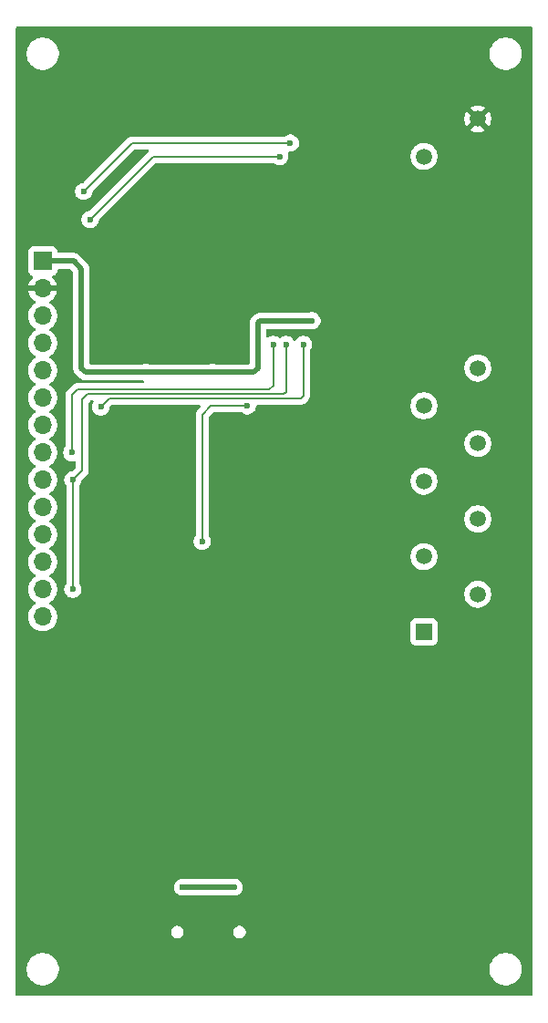
<source format=gbl>
%TF.GenerationSoftware,KiCad,Pcbnew,9.0.4*%
%TF.CreationDate,2025-08-31T12:14:26+02:00*%
%TF.ProjectId,tank_PCB,74616e6b-5f50-4434-922e-6b696361645f,rev?*%
%TF.SameCoordinates,Original*%
%TF.FileFunction,Copper,L2,Bot*%
%TF.FilePolarity,Positive*%
%FSLAX46Y46*%
G04 Gerber Fmt 4.6, Leading zero omitted, Abs format (unit mm)*
G04 Created by KiCad (PCBNEW 9.0.4) date 2025-08-31 12:14:26*
%MOMM*%
%LPD*%
G01*
G04 APERTURE LIST*
%TA.AperFunction,ComponentPad*%
%ADD10C,1.500000*%
%TD*%
%TA.AperFunction,ComponentPad*%
%ADD11R,1.500000X1.500000*%
%TD*%
%TA.AperFunction,ComponentPad*%
%ADD12R,1.700000X1.700000*%
%TD*%
%TA.AperFunction,ComponentPad*%
%ADD13O,1.700000X1.700000*%
%TD*%
%TA.AperFunction,ViaPad*%
%ADD14C,0.600000*%
%TD*%
%TA.AperFunction,Conductor*%
%ADD15C,0.200000*%
%TD*%
%TA.AperFunction,Conductor*%
%ADD16C,0.500000*%
%TD*%
G04 APERTURE END LIST*
D10*
%TO.P,J2,1,1*%
%TO.N,GND*%
X103400000Y-99050000D03*
%TO.P,J2,2,2*%
%TO.N,Net-(D2-A)*%
X98400000Y-102550000D03*
%TD*%
D11*
%TO.P,J3,1,1*%
%TO.N,Net-(J3-Pad1)*%
X98400000Y-146700000D03*
D10*
%TO.P,J3,2,2*%
%TO.N,+20V*%
X103400000Y-143200000D03*
%TO.P,J3,3,3*%
%TO.N,Net-(J3-Pad3)*%
X98400000Y-139700000D03*
%TO.P,J3,4,4*%
%TO.N,+20V*%
X103400000Y-136200000D03*
%TO.P,J3,5,5*%
%TO.N,Net-(J3-Pad5)*%
X98400000Y-132700000D03*
%TO.P,J3,6,6*%
%TO.N,+20V*%
X103400000Y-129200000D03*
%TO.P,J3,7,7*%
%TO.N,Net-(J3-Pad7)*%
X98400000Y-125700000D03*
%TO.P,J3,8,8*%
%TO.N,+20V*%
X103400000Y-122200000D03*
%TD*%
D12*
%TO.P,J1,1,Pin_1*%
%TO.N,+3.3V*%
X63000000Y-112260000D03*
D13*
%TO.P,J1,2,Pin_2*%
%TO.N,GND*%
X63000000Y-114800000D03*
%TO.P,J1,3,Pin_3*%
%TO.N,TFT_CS*%
X63000000Y-117340000D03*
%TO.P,J1,4,Pin_4*%
%TO.N,TFT_RST*%
X63000000Y-119880000D03*
%TO.P,J1,5,Pin_5*%
%TO.N,TFT_DC*%
X63000000Y-122420000D03*
%TO.P,J1,6,Pin_6*%
%TO.N,MOSI*%
X63000000Y-124960000D03*
%TO.P,J1,7,Pin_7*%
%TO.N,SCK*%
X63000000Y-127500000D03*
%TO.P,J1,8,Pin_8*%
%TO.N,BCK_LIGHT*%
X63000000Y-130040000D03*
%TO.P,J1,9,Pin_9*%
%TO.N,MISO*%
X63000000Y-132580000D03*
%TO.P,J1,10,Pin_10*%
%TO.N,SCK*%
X63000000Y-135120000D03*
%TO.P,J1,11,Pin_11*%
%TO.N,TOUCH_CS*%
X63000000Y-137660000D03*
%TO.P,J1,12,Pin_12*%
%TO.N,MOSI*%
X63000000Y-140200000D03*
%TO.P,J1,13,Pin_13*%
%TO.N,MISO*%
X63000000Y-142740000D03*
%TO.P,J1,14,Pin_14*%
%TO.N,TOUCH_IRQ*%
X63000000Y-145280000D03*
%TD*%
D14*
%TO.N,GND*%
X97000000Y-108000000D03*
X74800000Y-171600000D03*
X69000000Y-129000000D03*
X85000000Y-133000000D03*
X82000000Y-171600000D03*
X69000000Y-112000000D03*
X90000000Y-166000000D03*
X81000000Y-121000000D03*
X67000000Y-166000000D03*
X79000000Y-108000000D03*
X66000000Y-96000000D03*
X84000000Y-145000000D03*
X77200000Y-166000000D03*
X79000000Y-133000000D03*
%TO.N,SCL*%
X77800000Y-138300000D03*
X82000000Y-125700000D03*
%TO.N,+3.3V*%
X78800000Y-122600000D03*
X88000000Y-117800000D03*
X72600000Y-122600000D03*
%TO.N,SCK*%
X67400000Y-108400000D03*
X85025000Y-102550000D03*
%TO.N,BCK_LIGHT*%
X65700000Y-130050000D03*
X84400000Y-120000000D03*
%TO.N,MOSI*%
X86000000Y-101300000D03*
X66800000Y-105800000D03*
%TO.N,MISO*%
X65800000Y-142740000D03*
X65800000Y-132580000D03*
X85600000Y-120000000D03*
%TO.N,TOUCH_IRQ*%
X87200000Y-120000000D03*
X68400000Y-125800000D03*
%TO.N,VBUS*%
X76000000Y-170400000D03*
X80800000Y-170400000D03*
%TD*%
D15*
%TO.N,SCL*%
X78600000Y-125700000D02*
X77800000Y-126500000D01*
X82000000Y-125700000D02*
X78600000Y-125700000D01*
X77800000Y-126500000D02*
X77800000Y-138300000D01*
D16*
%TO.N,+3.3V*%
X66600000Y-122200000D02*
X67000000Y-122600000D01*
X83200000Y-117800000D02*
X88000000Y-117800000D01*
X78800000Y-122600000D02*
X82600000Y-122600000D01*
X66600000Y-113000000D02*
X66600000Y-122200000D01*
X63000000Y-112260000D02*
X65860000Y-112260000D01*
X83000000Y-122200000D02*
X83000000Y-118000000D01*
X65860000Y-112260000D02*
X66600000Y-113000000D01*
X82600000Y-122600000D02*
X83000000Y-122200000D01*
X83000000Y-118000000D02*
X83200000Y-117800000D01*
X67000000Y-122600000D02*
X72600000Y-122600000D01*
X72600000Y-122600000D02*
X78800000Y-122600000D01*
D15*
%TO.N,SCK*%
X73250000Y-102550000D02*
X67400000Y-108400000D01*
X85025000Y-102550000D02*
X73250000Y-102550000D01*
%TO.N,BCK_LIGHT*%
X84400000Y-120050000D02*
X84325000Y-120125000D01*
X84000000Y-124200000D02*
X66200000Y-124200000D01*
X84400000Y-120000000D02*
X84400000Y-123800000D01*
X66200000Y-124200000D02*
X65700000Y-124700000D01*
X84400000Y-123800000D02*
X84000000Y-124200000D01*
X84400000Y-120000000D02*
X84400000Y-120050000D01*
X65700000Y-124700000D02*
X65700000Y-130050000D01*
%TO.N,MOSI*%
X71300000Y-101300000D02*
X66800000Y-105800000D01*
X86000000Y-101300000D02*
X71300000Y-101300000D01*
%TO.N,MISO*%
X66675000Y-131705000D02*
X65800000Y-132580000D01*
X66675000Y-125125000D02*
X66675000Y-131705000D01*
X85600000Y-120000000D02*
X85600000Y-124400000D01*
X65800000Y-142740000D02*
X65800000Y-132580000D01*
X85400000Y-124600000D02*
X67200000Y-124600000D01*
X67200000Y-124600000D02*
X66675000Y-125125000D01*
X85600000Y-124400000D02*
X85400000Y-124600000D01*
%TO.N,TOUCH_IRQ*%
X69200000Y-125000000D02*
X68400000Y-125800000D01*
X87000000Y-125000000D02*
X69200000Y-125000000D01*
X87200000Y-124800000D02*
X87000000Y-125000000D01*
X87200000Y-120000000D02*
X87200000Y-124800000D01*
D16*
%TO.N,VBUS*%
X76000000Y-170400000D02*
X80800000Y-170400000D01*
%TD*%
%TA.AperFunction,Conductor*%
%TO.N,GND*%
G36*
X108442539Y-90520185D02*
G01*
X108488294Y-90572989D01*
X108499500Y-90624500D01*
X108499500Y-180375500D01*
X108479815Y-180442539D01*
X108427011Y-180488294D01*
X108375500Y-180499500D01*
X60624500Y-180499500D01*
X60557461Y-180479815D01*
X60511706Y-180427011D01*
X60500500Y-180375500D01*
X60500500Y-177881902D01*
X61499500Y-177881902D01*
X61499500Y-178118097D01*
X61536446Y-178351368D01*
X61609433Y-178575996D01*
X61716657Y-178786433D01*
X61855483Y-178977510D01*
X62022490Y-179144517D01*
X62213567Y-179283343D01*
X62312991Y-179334002D01*
X62424003Y-179390566D01*
X62424005Y-179390566D01*
X62424008Y-179390568D01*
X62544412Y-179429689D01*
X62648631Y-179463553D01*
X62881903Y-179500500D01*
X62881908Y-179500500D01*
X63118097Y-179500500D01*
X63351368Y-179463553D01*
X63575992Y-179390568D01*
X63786433Y-179283343D01*
X63977510Y-179144517D01*
X64144517Y-178977510D01*
X64283343Y-178786433D01*
X64390568Y-178575992D01*
X64463553Y-178351368D01*
X64500500Y-178118097D01*
X64500500Y-177881902D01*
X104499500Y-177881902D01*
X104499500Y-178118097D01*
X104536446Y-178351368D01*
X104609433Y-178575996D01*
X104716657Y-178786433D01*
X104855483Y-178977510D01*
X105022490Y-179144517D01*
X105213567Y-179283343D01*
X105312991Y-179334002D01*
X105424003Y-179390566D01*
X105424005Y-179390566D01*
X105424008Y-179390568D01*
X105544412Y-179429689D01*
X105648631Y-179463553D01*
X105881903Y-179500500D01*
X105881908Y-179500500D01*
X106118097Y-179500500D01*
X106351368Y-179463553D01*
X106575992Y-179390568D01*
X106786433Y-179283343D01*
X106977510Y-179144517D01*
X107144517Y-178977510D01*
X107283343Y-178786433D01*
X107390568Y-178575992D01*
X107463553Y-178351368D01*
X107500500Y-178118097D01*
X107500500Y-177881902D01*
X107463553Y-177648631D01*
X107390566Y-177424003D01*
X107283342Y-177213566D01*
X107144517Y-177022490D01*
X106977510Y-176855483D01*
X106786433Y-176716657D01*
X106575996Y-176609433D01*
X106351368Y-176536446D01*
X106118097Y-176499500D01*
X106118092Y-176499500D01*
X105881908Y-176499500D01*
X105881903Y-176499500D01*
X105648631Y-176536446D01*
X105424003Y-176609433D01*
X105213566Y-176716657D01*
X105104550Y-176795862D01*
X105022490Y-176855483D01*
X105022488Y-176855485D01*
X105022487Y-176855485D01*
X104855485Y-177022487D01*
X104855485Y-177022488D01*
X104855483Y-177022490D01*
X104795862Y-177104550D01*
X104716657Y-177213566D01*
X104609433Y-177424003D01*
X104536446Y-177648631D01*
X104499500Y-177881902D01*
X64500500Y-177881902D01*
X64463553Y-177648631D01*
X64390566Y-177424003D01*
X64283342Y-177213566D01*
X64144517Y-177022490D01*
X63977510Y-176855483D01*
X63786433Y-176716657D01*
X63575996Y-176609433D01*
X63351368Y-176536446D01*
X63118097Y-176499500D01*
X63118092Y-176499500D01*
X62881908Y-176499500D01*
X62881903Y-176499500D01*
X62648631Y-176536446D01*
X62424003Y-176609433D01*
X62213566Y-176716657D01*
X62104550Y-176795862D01*
X62022490Y-176855483D01*
X62022488Y-176855485D01*
X62022487Y-176855485D01*
X61855485Y-177022487D01*
X61855485Y-177022488D01*
X61855483Y-177022490D01*
X61795862Y-177104550D01*
X61716657Y-177213566D01*
X61609433Y-177424003D01*
X61536446Y-177648631D01*
X61499500Y-177881902D01*
X60500500Y-177881902D01*
X60500500Y-174494234D01*
X74934500Y-174494234D01*
X74934500Y-174645765D01*
X74973719Y-174792136D01*
X75011602Y-174857750D01*
X75049485Y-174923365D01*
X75156635Y-175030515D01*
X75287865Y-175106281D01*
X75434234Y-175145500D01*
X75434236Y-175145500D01*
X75585764Y-175145500D01*
X75585766Y-175145500D01*
X75732135Y-175106281D01*
X75863365Y-175030515D01*
X75970515Y-174923365D01*
X76046281Y-174792135D01*
X76085500Y-174645766D01*
X76085500Y-174494234D01*
X80714500Y-174494234D01*
X80714500Y-174645765D01*
X80753719Y-174792136D01*
X80791602Y-174857750D01*
X80829485Y-174923365D01*
X80936635Y-175030515D01*
X81067865Y-175106281D01*
X81214234Y-175145500D01*
X81214236Y-175145500D01*
X81365764Y-175145500D01*
X81365766Y-175145500D01*
X81512135Y-175106281D01*
X81643365Y-175030515D01*
X81750515Y-174923365D01*
X81826281Y-174792135D01*
X81865500Y-174645766D01*
X81865500Y-174494234D01*
X81826281Y-174347865D01*
X81750515Y-174216635D01*
X81643365Y-174109485D01*
X81577750Y-174071602D01*
X81512136Y-174033719D01*
X81438950Y-174014109D01*
X81365766Y-173994500D01*
X81214234Y-173994500D01*
X81067863Y-174033719D01*
X80936635Y-174109485D01*
X80936632Y-174109487D01*
X80829487Y-174216632D01*
X80829485Y-174216635D01*
X80753719Y-174347863D01*
X80714500Y-174494234D01*
X76085500Y-174494234D01*
X76046281Y-174347865D01*
X75970515Y-174216635D01*
X75863365Y-174109485D01*
X75797750Y-174071602D01*
X75732136Y-174033719D01*
X75658950Y-174014109D01*
X75585766Y-173994500D01*
X75434234Y-173994500D01*
X75287863Y-174033719D01*
X75156635Y-174109485D01*
X75156632Y-174109487D01*
X75049487Y-174216632D01*
X75049485Y-174216635D01*
X74973719Y-174347863D01*
X74934500Y-174494234D01*
X60500500Y-174494234D01*
X60500500Y-170321153D01*
X75199500Y-170321153D01*
X75199500Y-170478846D01*
X75230261Y-170633489D01*
X75230264Y-170633501D01*
X75290602Y-170779172D01*
X75290609Y-170779185D01*
X75378210Y-170910288D01*
X75378213Y-170910292D01*
X75489707Y-171021786D01*
X75489711Y-171021789D01*
X75620814Y-171109390D01*
X75620827Y-171109397D01*
X75720060Y-171150500D01*
X75766503Y-171169737D01*
X75921153Y-171200499D01*
X75921156Y-171200500D01*
X75921158Y-171200500D01*
X76078844Y-171200500D01*
X76078845Y-171200499D01*
X76155152Y-171185320D01*
X76233488Y-171169739D01*
X76233489Y-171169738D01*
X76233497Y-171169737D01*
X76257155Y-171159937D01*
X76304604Y-171150500D01*
X80495396Y-171150500D01*
X80542844Y-171159937D01*
X80566503Y-171169737D01*
X80566508Y-171169738D01*
X80566511Y-171169739D01*
X80721153Y-171200499D01*
X80721156Y-171200500D01*
X80721158Y-171200500D01*
X80878844Y-171200500D01*
X80878845Y-171200499D01*
X81033497Y-171169737D01*
X81179179Y-171109394D01*
X81310289Y-171021789D01*
X81421789Y-170910289D01*
X81509394Y-170779179D01*
X81569737Y-170633497D01*
X81600500Y-170478842D01*
X81600500Y-170321158D01*
X81600500Y-170321155D01*
X81600499Y-170321153D01*
X81569738Y-170166510D01*
X81569737Y-170166503D01*
X81569735Y-170166498D01*
X81509397Y-170020827D01*
X81509390Y-170020814D01*
X81421789Y-169889711D01*
X81421786Y-169889707D01*
X81310292Y-169778213D01*
X81310288Y-169778210D01*
X81179185Y-169690609D01*
X81179172Y-169690602D01*
X81033501Y-169630264D01*
X81033489Y-169630261D01*
X80878845Y-169599500D01*
X80878842Y-169599500D01*
X80721158Y-169599500D01*
X80721155Y-169599500D01*
X80566511Y-169630260D01*
X80566506Y-169630262D01*
X80566504Y-169630262D01*
X80566503Y-169630263D01*
X80542844Y-169640062D01*
X80495396Y-169649500D01*
X76304604Y-169649500D01*
X76257155Y-169640062D01*
X76233497Y-169630263D01*
X76233493Y-169630262D01*
X76233488Y-169630260D01*
X76078845Y-169599500D01*
X76078842Y-169599500D01*
X75921158Y-169599500D01*
X75921155Y-169599500D01*
X75766510Y-169630261D01*
X75766498Y-169630264D01*
X75620827Y-169690602D01*
X75620814Y-169690609D01*
X75489711Y-169778210D01*
X75489707Y-169778213D01*
X75378213Y-169889707D01*
X75378210Y-169889711D01*
X75290609Y-170020814D01*
X75290602Y-170020827D01*
X75230264Y-170166498D01*
X75230261Y-170166510D01*
X75199500Y-170321153D01*
X60500500Y-170321153D01*
X60500500Y-111362135D01*
X61649500Y-111362135D01*
X61649500Y-113157870D01*
X61649501Y-113157876D01*
X61655908Y-113217483D01*
X61706202Y-113352328D01*
X61706206Y-113352335D01*
X61792452Y-113467544D01*
X61792455Y-113467547D01*
X61907664Y-113553793D01*
X61907671Y-113553797D01*
X61907674Y-113553798D01*
X62039598Y-113603002D01*
X62095531Y-113644873D01*
X62119949Y-113710337D01*
X62105098Y-113778610D01*
X62083947Y-113806865D01*
X61970271Y-113920541D01*
X61845379Y-114092442D01*
X61748904Y-114281782D01*
X61683242Y-114483870D01*
X61683242Y-114483873D01*
X61672769Y-114550000D01*
X62566988Y-114550000D01*
X62534075Y-114607007D01*
X62500000Y-114734174D01*
X62500000Y-114865826D01*
X62534075Y-114992993D01*
X62566988Y-115050000D01*
X61672769Y-115050000D01*
X61683242Y-115116126D01*
X61683242Y-115116129D01*
X61748904Y-115318217D01*
X61845379Y-115507557D01*
X61970272Y-115679459D01*
X61970276Y-115679464D01*
X62120535Y-115829723D01*
X62120540Y-115829727D01*
X62292444Y-115954622D01*
X62301495Y-115959234D01*
X62352292Y-116007208D01*
X62369087Y-116075029D01*
X62346550Y-116141164D01*
X62301499Y-116180202D01*
X62292182Y-116184949D01*
X62120213Y-116309890D01*
X61969890Y-116460213D01*
X61844951Y-116632179D01*
X61748444Y-116821585D01*
X61682753Y-117023760D01*
X61649500Y-117233713D01*
X61649500Y-117446286D01*
X61668541Y-117566510D01*
X61682754Y-117656243D01*
X61723318Y-117781087D01*
X61748444Y-117858414D01*
X61844951Y-118047820D01*
X61969890Y-118219786D01*
X62120213Y-118370109D01*
X62292182Y-118495050D01*
X62300946Y-118499516D01*
X62351742Y-118547491D01*
X62368536Y-118615312D01*
X62345998Y-118681447D01*
X62300946Y-118720484D01*
X62292182Y-118724949D01*
X62120213Y-118849890D01*
X61969890Y-119000213D01*
X61844951Y-119172179D01*
X61748444Y-119361585D01*
X61682753Y-119563760D01*
X61650643Y-119766498D01*
X61649500Y-119773713D01*
X61649500Y-119986287D01*
X61682754Y-120196243D01*
X61748270Y-120397881D01*
X61748444Y-120398414D01*
X61844951Y-120587820D01*
X61969890Y-120759786D01*
X62120213Y-120910109D01*
X62292182Y-121035050D01*
X62300946Y-121039516D01*
X62351742Y-121087491D01*
X62368536Y-121155312D01*
X62345998Y-121221447D01*
X62300946Y-121260484D01*
X62292182Y-121264949D01*
X62120213Y-121389890D01*
X61969890Y-121540213D01*
X61844951Y-121712179D01*
X61748444Y-121901585D01*
X61682753Y-122103760D01*
X61649500Y-122313713D01*
X61649500Y-122526286D01*
X61673850Y-122680029D01*
X61682754Y-122736243D01*
X61721472Y-122855405D01*
X61748444Y-122938414D01*
X61844951Y-123127820D01*
X61969890Y-123299786D01*
X62120213Y-123450109D01*
X62292182Y-123575050D01*
X62300946Y-123579516D01*
X62351742Y-123627491D01*
X62368536Y-123695312D01*
X62345998Y-123761447D01*
X62300946Y-123800484D01*
X62292182Y-123804949D01*
X62120213Y-123929890D01*
X61969890Y-124080213D01*
X61844951Y-124252179D01*
X61748444Y-124441585D01*
X61682753Y-124643760D01*
X61649500Y-124853713D01*
X61649500Y-125066286D01*
X61682238Y-125272989D01*
X61682754Y-125276243D01*
X61729732Y-125420827D01*
X61748444Y-125478414D01*
X61844951Y-125667820D01*
X61969890Y-125839786D01*
X62120213Y-125990109D01*
X62292182Y-126115050D01*
X62300946Y-126119516D01*
X62351742Y-126167491D01*
X62368536Y-126235312D01*
X62345998Y-126301447D01*
X62300946Y-126340484D01*
X62292182Y-126344949D01*
X62120213Y-126469890D01*
X61969890Y-126620213D01*
X61844951Y-126792179D01*
X61748444Y-126981585D01*
X61682753Y-127183760D01*
X61649500Y-127393713D01*
X61649500Y-127606287D01*
X61682754Y-127816243D01*
X61736056Y-127980290D01*
X61748444Y-128018414D01*
X61844951Y-128207820D01*
X61969890Y-128379786D01*
X62120213Y-128530109D01*
X62292182Y-128655050D01*
X62300946Y-128659516D01*
X62351742Y-128707491D01*
X62368536Y-128775312D01*
X62345998Y-128841447D01*
X62300946Y-128880484D01*
X62292182Y-128884949D01*
X62120213Y-129009890D01*
X61969890Y-129160213D01*
X61844951Y-129332179D01*
X61748444Y-129521585D01*
X61682753Y-129723760D01*
X61668065Y-129816498D01*
X61649500Y-129933713D01*
X61649500Y-130146287D01*
X61682754Y-130356243D01*
X61706454Y-130429185D01*
X61748444Y-130558414D01*
X61844951Y-130747820D01*
X61969890Y-130919786D01*
X62120213Y-131070109D01*
X62292182Y-131195050D01*
X62300946Y-131199516D01*
X62351742Y-131247491D01*
X62368536Y-131315312D01*
X62345998Y-131381447D01*
X62300946Y-131420484D01*
X62292182Y-131424949D01*
X62120213Y-131549890D01*
X61969890Y-131700213D01*
X61844951Y-131872179D01*
X61748444Y-132061585D01*
X61682753Y-132263760D01*
X61649500Y-132473713D01*
X61649500Y-132686286D01*
X61667260Y-132798422D01*
X61682754Y-132896243D01*
X61746595Y-133092726D01*
X61748444Y-133098414D01*
X61844951Y-133287820D01*
X61969890Y-133459786D01*
X62120213Y-133610109D01*
X62292182Y-133735050D01*
X62300946Y-133739516D01*
X62351742Y-133787491D01*
X62368536Y-133855312D01*
X62345998Y-133921447D01*
X62300946Y-133960484D01*
X62292182Y-133964949D01*
X62120213Y-134089890D01*
X61969890Y-134240213D01*
X61844951Y-134412179D01*
X61748444Y-134601585D01*
X61682753Y-134803760D01*
X61649500Y-135013713D01*
X61649500Y-135226287D01*
X61652650Y-135246174D01*
X61682753Y-135436239D01*
X61748444Y-135638414D01*
X61844951Y-135827820D01*
X61969890Y-135999786D01*
X62120213Y-136150109D01*
X62292182Y-136275050D01*
X62300946Y-136279516D01*
X62351742Y-136327491D01*
X62368536Y-136395312D01*
X62345998Y-136461447D01*
X62300946Y-136500484D01*
X62292182Y-136504949D01*
X62120213Y-136629890D01*
X61969890Y-136780213D01*
X61844951Y-136952179D01*
X61748444Y-137141585D01*
X61682753Y-137343760D01*
X61680358Y-137358882D01*
X61649500Y-137553713D01*
X61649500Y-137766287D01*
X61682754Y-137976243D01*
X61712081Y-138066503D01*
X61748444Y-138178414D01*
X61844951Y-138367820D01*
X61969890Y-138539786D01*
X62120213Y-138690109D01*
X62292182Y-138815050D01*
X62300946Y-138819516D01*
X62351742Y-138867491D01*
X62368536Y-138935312D01*
X62345998Y-139001447D01*
X62300946Y-139040484D01*
X62292182Y-139044949D01*
X62120213Y-139169890D01*
X61969890Y-139320213D01*
X61844951Y-139492179D01*
X61748444Y-139681585D01*
X61682753Y-139883760D01*
X61665479Y-139992826D01*
X61649500Y-140093713D01*
X61649500Y-140306287D01*
X61682754Y-140516243D01*
X61727458Y-140653828D01*
X61748444Y-140718414D01*
X61844951Y-140907820D01*
X61969890Y-141079786D01*
X62120213Y-141230109D01*
X62292182Y-141355050D01*
X62300946Y-141359516D01*
X62351742Y-141407491D01*
X62368536Y-141475312D01*
X62345998Y-141541447D01*
X62300946Y-141580484D01*
X62292182Y-141584949D01*
X62120213Y-141709890D01*
X61969890Y-141860213D01*
X61844951Y-142032179D01*
X61748444Y-142221585D01*
X61748443Y-142221587D01*
X61748443Y-142221588D01*
X61715598Y-142322672D01*
X61682753Y-142423760D01*
X61649500Y-142633713D01*
X61649500Y-142846286D01*
X61681647Y-143049259D01*
X61682754Y-143056243D01*
X61745803Y-143250288D01*
X61748444Y-143258414D01*
X61844951Y-143447820D01*
X61969890Y-143619786D01*
X62120213Y-143770109D01*
X62292182Y-143895050D01*
X62300946Y-143899516D01*
X62351742Y-143947491D01*
X62368536Y-144015312D01*
X62345998Y-144081447D01*
X62300946Y-144120484D01*
X62292182Y-144124949D01*
X62120213Y-144249890D01*
X61969890Y-144400213D01*
X61844951Y-144572179D01*
X61748444Y-144761585D01*
X61682753Y-144963760D01*
X61649500Y-145173713D01*
X61649500Y-145386286D01*
X61682153Y-145592452D01*
X61682754Y-145596243D01*
X61718959Y-145707671D01*
X61748444Y-145798414D01*
X61844951Y-145987820D01*
X61969890Y-146159786D01*
X62120213Y-146310109D01*
X62292179Y-146435048D01*
X62292181Y-146435049D01*
X62292184Y-146435051D01*
X62481588Y-146531557D01*
X62683757Y-146597246D01*
X62893713Y-146630500D01*
X62893714Y-146630500D01*
X63106286Y-146630500D01*
X63106287Y-146630500D01*
X63316243Y-146597246D01*
X63518412Y-146531557D01*
X63707816Y-146435051D01*
X63729789Y-146419086D01*
X63879786Y-146310109D01*
X63879788Y-146310106D01*
X63879792Y-146310104D01*
X64030104Y-146159792D01*
X64030106Y-146159788D01*
X64030109Y-146159786D01*
X64084899Y-146084371D01*
X64155051Y-145987816D01*
X64198707Y-145902135D01*
X97149500Y-145902135D01*
X97149500Y-147497870D01*
X97149501Y-147497876D01*
X97155908Y-147557483D01*
X97206202Y-147692328D01*
X97206206Y-147692335D01*
X97292452Y-147807544D01*
X97292455Y-147807547D01*
X97407664Y-147893793D01*
X97407671Y-147893797D01*
X97542517Y-147944091D01*
X97542516Y-147944091D01*
X97549444Y-147944835D01*
X97602127Y-147950500D01*
X99197872Y-147950499D01*
X99257483Y-147944091D01*
X99392331Y-147893796D01*
X99507546Y-147807546D01*
X99593796Y-147692331D01*
X99644091Y-147557483D01*
X99650500Y-147497873D01*
X99650499Y-145902128D01*
X99644091Y-145842517D01*
X99593796Y-145707669D01*
X99593795Y-145707668D01*
X99593793Y-145707664D01*
X99507547Y-145592455D01*
X99507544Y-145592452D01*
X99392335Y-145506206D01*
X99392328Y-145506202D01*
X99257482Y-145455908D01*
X99257483Y-145455908D01*
X99197883Y-145449501D01*
X99197881Y-145449500D01*
X99197873Y-145449500D01*
X99197864Y-145449500D01*
X97602129Y-145449500D01*
X97602123Y-145449501D01*
X97542516Y-145455908D01*
X97407671Y-145506202D01*
X97407664Y-145506206D01*
X97292455Y-145592452D01*
X97292452Y-145592455D01*
X97206206Y-145707664D01*
X97206202Y-145707671D01*
X97155908Y-145842517D01*
X97149501Y-145902116D01*
X97149501Y-145902123D01*
X97149500Y-145902135D01*
X64198707Y-145902135D01*
X64209591Y-145880773D01*
X64229088Y-145842511D01*
X64229089Y-145842509D01*
X64251554Y-145798417D01*
X64251557Y-145798412D01*
X64317246Y-145596243D01*
X64350500Y-145386287D01*
X64350500Y-145173713D01*
X64317246Y-144963757D01*
X64251557Y-144761588D01*
X64155051Y-144572184D01*
X64155049Y-144572181D01*
X64155048Y-144572179D01*
X64030109Y-144400213D01*
X63879786Y-144249890D01*
X63707820Y-144124951D01*
X63707115Y-144124591D01*
X63699054Y-144120485D01*
X63648259Y-144072512D01*
X63631463Y-144004692D01*
X63653999Y-143938556D01*
X63699054Y-143899515D01*
X63707816Y-143895051D01*
X63729789Y-143879086D01*
X63879786Y-143770109D01*
X63879788Y-143770106D01*
X63879792Y-143770104D01*
X64030104Y-143619792D01*
X64030106Y-143619788D01*
X64030109Y-143619786D01*
X64153902Y-143449397D01*
X64155051Y-143447816D01*
X64251557Y-143258412D01*
X64317246Y-143056243D01*
X64350500Y-142846287D01*
X64350500Y-142633713D01*
X64317246Y-142423757D01*
X64251557Y-142221588D01*
X64155051Y-142032184D01*
X64155049Y-142032181D01*
X64155048Y-142032179D01*
X64030109Y-141860213D01*
X63879786Y-141709890D01*
X63707820Y-141584951D01*
X63707115Y-141584591D01*
X63699054Y-141580485D01*
X63648259Y-141532512D01*
X63631463Y-141464692D01*
X63653999Y-141398556D01*
X63699054Y-141359515D01*
X63707816Y-141355051D01*
X63729789Y-141339086D01*
X63879786Y-141230109D01*
X63879788Y-141230106D01*
X63879792Y-141230104D01*
X64030104Y-141079792D01*
X64030106Y-141079788D01*
X64030109Y-141079786D01*
X64155048Y-140907820D01*
X64155047Y-140907820D01*
X64155051Y-140907816D01*
X64251557Y-140718412D01*
X64317246Y-140516243D01*
X64350500Y-140306287D01*
X64350500Y-140093713D01*
X64317246Y-139883757D01*
X64251557Y-139681588D01*
X64155051Y-139492184D01*
X64155049Y-139492181D01*
X64155048Y-139492179D01*
X64030109Y-139320213D01*
X63879786Y-139169890D01*
X63707820Y-139044951D01*
X63707115Y-139044591D01*
X63699054Y-139040485D01*
X63648259Y-138992512D01*
X63631463Y-138924692D01*
X63653999Y-138858556D01*
X63699054Y-138819515D01*
X63707816Y-138815051D01*
X63802618Y-138746174D01*
X63879786Y-138690109D01*
X63879788Y-138690106D01*
X63879792Y-138690104D01*
X64030104Y-138539792D01*
X64030106Y-138539788D01*
X64030109Y-138539786D01*
X64155048Y-138367820D01*
X64155047Y-138367820D01*
X64155051Y-138367816D01*
X64251557Y-138178412D01*
X64317246Y-137976243D01*
X64350500Y-137766287D01*
X64350500Y-137553713D01*
X64317246Y-137343757D01*
X64251557Y-137141588D01*
X64155051Y-136952184D01*
X64155049Y-136952181D01*
X64155048Y-136952179D01*
X64030109Y-136780213D01*
X63879786Y-136629890D01*
X63707820Y-136504951D01*
X63707115Y-136504591D01*
X63699054Y-136500485D01*
X63648259Y-136452512D01*
X63631463Y-136384692D01*
X63653999Y-136318556D01*
X63699054Y-136279515D01*
X63707816Y-136275051D01*
X63729789Y-136259086D01*
X63879786Y-136150109D01*
X63879788Y-136150106D01*
X63879792Y-136150104D01*
X64030104Y-135999792D01*
X64030106Y-135999788D01*
X64030109Y-135999786D01*
X64155048Y-135827820D01*
X64155047Y-135827820D01*
X64155051Y-135827816D01*
X64251557Y-135638412D01*
X64317246Y-135436243D01*
X64350500Y-135226287D01*
X64350500Y-135013713D01*
X64317246Y-134803757D01*
X64251557Y-134601588D01*
X64155051Y-134412184D01*
X64155049Y-134412181D01*
X64155048Y-134412179D01*
X64030109Y-134240213D01*
X63879786Y-134089890D01*
X63707820Y-133964951D01*
X63707115Y-133964591D01*
X63699054Y-133960485D01*
X63648259Y-133912512D01*
X63631463Y-133844692D01*
X63653999Y-133778556D01*
X63699054Y-133739515D01*
X63707816Y-133735051D01*
X63819615Y-133653825D01*
X63879786Y-133610109D01*
X63879788Y-133610106D01*
X63879792Y-133610104D01*
X64030104Y-133459792D01*
X64030106Y-133459788D01*
X64030109Y-133459786D01*
X64155048Y-133287820D01*
X64155047Y-133287820D01*
X64155051Y-133287816D01*
X64251557Y-133098412D01*
X64317246Y-132896243D01*
X64350500Y-132686287D01*
X64350500Y-132473713D01*
X64317246Y-132263757D01*
X64251557Y-132061588D01*
X64155051Y-131872184D01*
X64155049Y-131872181D01*
X64155048Y-131872179D01*
X64030109Y-131700213D01*
X63879786Y-131549890D01*
X63707820Y-131424951D01*
X63707115Y-131424591D01*
X63699054Y-131420485D01*
X63648259Y-131372512D01*
X63631463Y-131304692D01*
X63653999Y-131238556D01*
X63699054Y-131199515D01*
X63707816Y-131195051D01*
X63729789Y-131179086D01*
X63879786Y-131070109D01*
X63879788Y-131070106D01*
X63879792Y-131070104D01*
X64030104Y-130919792D01*
X64030106Y-130919788D01*
X64030109Y-130919786D01*
X64155048Y-130747820D01*
X64155047Y-130747820D01*
X64155051Y-130747816D01*
X64251557Y-130558412D01*
X64317246Y-130356243D01*
X64350500Y-130146287D01*
X64350500Y-129933713D01*
X64317246Y-129723757D01*
X64251557Y-129521588D01*
X64155051Y-129332184D01*
X64155049Y-129332181D01*
X64155048Y-129332179D01*
X64030109Y-129160213D01*
X63879786Y-129009890D01*
X63707820Y-128884951D01*
X63707115Y-128884591D01*
X63699054Y-128880485D01*
X63648259Y-128832512D01*
X63631463Y-128764692D01*
X63653999Y-128698556D01*
X63699054Y-128659515D01*
X63707816Y-128655051D01*
X63859847Y-128544595D01*
X63879786Y-128530109D01*
X63879788Y-128530106D01*
X63879792Y-128530104D01*
X64030104Y-128379792D01*
X64030106Y-128379788D01*
X64030109Y-128379786D01*
X64155048Y-128207820D01*
X64155047Y-128207820D01*
X64155051Y-128207816D01*
X64251557Y-128018412D01*
X64317246Y-127816243D01*
X64350500Y-127606287D01*
X64350500Y-127393713D01*
X64317246Y-127183757D01*
X64251557Y-126981588D01*
X64155051Y-126792184D01*
X64155049Y-126792181D01*
X64155048Y-126792179D01*
X64030109Y-126620213D01*
X63879786Y-126469890D01*
X63707820Y-126344951D01*
X63707115Y-126344591D01*
X63699054Y-126340485D01*
X63648259Y-126292512D01*
X63631463Y-126224692D01*
X63653999Y-126158556D01*
X63699054Y-126119515D01*
X63707816Y-126115051D01*
X63820061Y-126033501D01*
X63879786Y-125990109D01*
X63879788Y-125990106D01*
X63879792Y-125990104D01*
X64030104Y-125839792D01*
X64030106Y-125839788D01*
X64030109Y-125839786D01*
X64155048Y-125667820D01*
X64155047Y-125667820D01*
X64155051Y-125667816D01*
X64251557Y-125478412D01*
X64317246Y-125276243D01*
X64350500Y-125066287D01*
X64350500Y-124853713D01*
X64317246Y-124643757D01*
X64251557Y-124441588D01*
X64155051Y-124252184D01*
X64155049Y-124252181D01*
X64155048Y-124252179D01*
X64030109Y-124080213D01*
X63879786Y-123929890D01*
X63707820Y-123804951D01*
X63707115Y-123804591D01*
X63699054Y-123800485D01*
X63648259Y-123752512D01*
X63631463Y-123684692D01*
X63653999Y-123618556D01*
X63699054Y-123579515D01*
X63707816Y-123575051D01*
X63773938Y-123527011D01*
X63879786Y-123450109D01*
X63879788Y-123450106D01*
X63879792Y-123450104D01*
X64030104Y-123299792D01*
X64030106Y-123299788D01*
X64030109Y-123299786D01*
X64155048Y-123127820D01*
X64155047Y-123127820D01*
X64155051Y-123127816D01*
X64251557Y-122938412D01*
X64317246Y-122736243D01*
X64350500Y-122526287D01*
X64350500Y-122313713D01*
X64317246Y-122103757D01*
X64251557Y-121901588D01*
X64155051Y-121712184D01*
X64155049Y-121712181D01*
X64155048Y-121712179D01*
X64030109Y-121540213D01*
X63879786Y-121389890D01*
X63707820Y-121264951D01*
X63707115Y-121264591D01*
X63699054Y-121260485D01*
X63648259Y-121212512D01*
X63631463Y-121144692D01*
X63653999Y-121078556D01*
X63699054Y-121039515D01*
X63707816Y-121035051D01*
X63729789Y-121019086D01*
X63879786Y-120910109D01*
X63879788Y-120910106D01*
X63879792Y-120910104D01*
X64030104Y-120759792D01*
X64030106Y-120759788D01*
X64030109Y-120759786D01*
X64155048Y-120587820D01*
X64155047Y-120587820D01*
X64155051Y-120587816D01*
X64251557Y-120398412D01*
X64317246Y-120196243D01*
X64350500Y-119986287D01*
X64350500Y-119773713D01*
X64317246Y-119563757D01*
X64251557Y-119361588D01*
X64155051Y-119172184D01*
X64155049Y-119172181D01*
X64155048Y-119172179D01*
X64030109Y-119000213D01*
X63879786Y-118849890D01*
X63707820Y-118724951D01*
X63707115Y-118724591D01*
X63699054Y-118720485D01*
X63648259Y-118672512D01*
X63631463Y-118604692D01*
X63653999Y-118538556D01*
X63699054Y-118499515D01*
X63707816Y-118495051D01*
X63729789Y-118479086D01*
X63879786Y-118370109D01*
X63879788Y-118370106D01*
X63879792Y-118370104D01*
X64030104Y-118219792D01*
X64030106Y-118219788D01*
X64030109Y-118219786D01*
X64155048Y-118047820D01*
X64155047Y-118047820D01*
X64155051Y-118047816D01*
X64251557Y-117858412D01*
X64317246Y-117656243D01*
X64350500Y-117446287D01*
X64350500Y-117233713D01*
X64317246Y-117023757D01*
X64251557Y-116821588D01*
X64155051Y-116632184D01*
X64155049Y-116632181D01*
X64155048Y-116632179D01*
X64030109Y-116460213D01*
X63879786Y-116309890D01*
X63707817Y-116184949D01*
X63698504Y-116180204D01*
X63647707Y-116132230D01*
X63630912Y-116064409D01*
X63653449Y-115998274D01*
X63698507Y-115959232D01*
X63707558Y-115954620D01*
X63879459Y-115829727D01*
X63879464Y-115829723D01*
X64029723Y-115679464D01*
X64029727Y-115679459D01*
X64154620Y-115507557D01*
X64251095Y-115318217D01*
X64316757Y-115116129D01*
X64316757Y-115116126D01*
X64327231Y-115050000D01*
X63433012Y-115050000D01*
X63465925Y-114992993D01*
X63500000Y-114865826D01*
X63500000Y-114734174D01*
X63465925Y-114607007D01*
X63433012Y-114550000D01*
X64327231Y-114550000D01*
X64316757Y-114483873D01*
X64316757Y-114483870D01*
X64251095Y-114281782D01*
X64154620Y-114092442D01*
X64029727Y-113920540D01*
X64029723Y-113920535D01*
X63916053Y-113806865D01*
X63882568Y-113745542D01*
X63887552Y-113675850D01*
X63929424Y-113619917D01*
X63960400Y-113603002D01*
X64092331Y-113553796D01*
X64207546Y-113467546D01*
X64293796Y-113352331D01*
X64344091Y-113217483D01*
X64350500Y-113157873D01*
X64350500Y-113134500D01*
X64370185Y-113067461D01*
X64422989Y-113021706D01*
X64474500Y-113010500D01*
X65497770Y-113010500D01*
X65564809Y-113030185D01*
X65585451Y-113046819D01*
X65813181Y-113274549D01*
X65846666Y-113335872D01*
X65849500Y-113362230D01*
X65849500Y-122273918D01*
X65849500Y-122273920D01*
X65849499Y-122273920D01*
X65878340Y-122418907D01*
X65878343Y-122418917D01*
X65934914Y-122555492D01*
X65967812Y-122604727D01*
X65967813Y-122604730D01*
X66017046Y-122678414D01*
X66017052Y-122678421D01*
X66353279Y-123014646D01*
X66417048Y-123078415D01*
X66417049Y-123078416D01*
X66492458Y-123153825D01*
X66521585Y-123182952D01*
X66644498Y-123265080D01*
X66644511Y-123265087D01*
X66781082Y-123321656D01*
X66781087Y-123321658D01*
X66781091Y-123321658D01*
X66781092Y-123321659D01*
X66926079Y-123350500D01*
X66926082Y-123350500D01*
X72295396Y-123350500D01*
X72303565Y-123352124D01*
X72308637Y-123351209D01*
X72342829Y-123359931D01*
X72345254Y-123360935D01*
X72399659Y-123404768D01*
X72421731Y-123471060D01*
X72404460Y-123538761D01*
X72353328Y-123586378D01*
X72297811Y-123599500D01*
X66286670Y-123599500D01*
X66286654Y-123599499D01*
X66279058Y-123599499D01*
X66120943Y-123599499D01*
X66049823Y-123618556D01*
X65968214Y-123640423D01*
X65968209Y-123640426D01*
X65831290Y-123719475D01*
X65831282Y-123719481D01*
X65324217Y-124226546D01*
X65324214Y-124226548D01*
X65324215Y-124226549D01*
X65219478Y-124331286D01*
X65169361Y-124418094D01*
X65169359Y-124418096D01*
X65140425Y-124468209D01*
X65140424Y-124468210D01*
X65140423Y-124468215D01*
X65099499Y-124620943D01*
X65099499Y-124620945D01*
X65099499Y-124789046D01*
X65099500Y-124789059D01*
X65099500Y-129470234D01*
X65079815Y-129537273D01*
X65078602Y-129539125D01*
X64990609Y-129670814D01*
X64990602Y-129670827D01*
X64930264Y-129816498D01*
X64930261Y-129816510D01*
X64899500Y-129971153D01*
X64899500Y-130128846D01*
X64930261Y-130283489D01*
X64930264Y-130283501D01*
X64990602Y-130429172D01*
X64990609Y-130429185D01*
X65078210Y-130560288D01*
X65078213Y-130560292D01*
X65189707Y-130671786D01*
X65189711Y-130671789D01*
X65320814Y-130759390D01*
X65320827Y-130759397D01*
X65466498Y-130819735D01*
X65466503Y-130819737D01*
X65621153Y-130850499D01*
X65621156Y-130850500D01*
X65621158Y-130850500D01*
X65778844Y-130850500D01*
X65926308Y-130821167D01*
X65995900Y-130827394D01*
X66051077Y-130870257D01*
X66074322Y-130936146D01*
X66074500Y-130942784D01*
X66074500Y-131404903D01*
X66054815Y-131471942D01*
X66038181Y-131492584D01*
X65785339Y-131745425D01*
X65724016Y-131778910D01*
X65721850Y-131779361D01*
X65566508Y-131810261D01*
X65566498Y-131810264D01*
X65420827Y-131870602D01*
X65420814Y-131870609D01*
X65289711Y-131958210D01*
X65289707Y-131958213D01*
X65178213Y-132069707D01*
X65178210Y-132069711D01*
X65090609Y-132200814D01*
X65090602Y-132200827D01*
X65030264Y-132346498D01*
X65030261Y-132346510D01*
X64999500Y-132501153D01*
X64999500Y-132658846D01*
X65030261Y-132813489D01*
X65030264Y-132813501D01*
X65090602Y-132959172D01*
X65090609Y-132959185D01*
X65178602Y-133090874D01*
X65199480Y-133157551D01*
X65199500Y-133159765D01*
X65199500Y-142160234D01*
X65179815Y-142227273D01*
X65178602Y-142229125D01*
X65090609Y-142360814D01*
X65090602Y-142360827D01*
X65030264Y-142506498D01*
X65030261Y-142506510D01*
X64999500Y-142661153D01*
X64999500Y-142818846D01*
X65030261Y-142973489D01*
X65030264Y-142973501D01*
X65090602Y-143119172D01*
X65090609Y-143119185D01*
X65178210Y-143250288D01*
X65178213Y-143250292D01*
X65289707Y-143361786D01*
X65289711Y-143361789D01*
X65420814Y-143449390D01*
X65420827Y-143449397D01*
X65566498Y-143509735D01*
X65566503Y-143509737D01*
X65721153Y-143540499D01*
X65721156Y-143540500D01*
X65721158Y-143540500D01*
X65878844Y-143540500D01*
X65878845Y-143540499D01*
X66033497Y-143509737D01*
X66179179Y-143449394D01*
X66310289Y-143361789D01*
X66421789Y-143250289D01*
X66509394Y-143119179D01*
X66509397Y-143119172D01*
X66516685Y-143101577D01*
X102149500Y-143101577D01*
X102149500Y-143298422D01*
X102180290Y-143492826D01*
X102241117Y-143680029D01*
X102330476Y-143855405D01*
X102446172Y-144014646D01*
X102585354Y-144153828D01*
X102744595Y-144269524D01*
X102827455Y-144311743D01*
X102919970Y-144358882D01*
X102919972Y-144358882D01*
X102919975Y-144358884D01*
X103020317Y-144391487D01*
X103107173Y-144419709D01*
X103301578Y-144450500D01*
X103301583Y-144450500D01*
X103498422Y-144450500D01*
X103692826Y-144419709D01*
X103880025Y-144358884D01*
X104055405Y-144269524D01*
X104214646Y-144153828D01*
X104353828Y-144014646D01*
X104469524Y-143855405D01*
X104558884Y-143680025D01*
X104619709Y-143492826D01*
X104650500Y-143298422D01*
X104650500Y-143101577D01*
X104619709Y-142907173D01*
X104558882Y-142719970D01*
X104469523Y-142544594D01*
X104441848Y-142506503D01*
X104353828Y-142385354D01*
X104214646Y-142246172D01*
X104055405Y-142130476D01*
X103880029Y-142041117D01*
X103692826Y-141980290D01*
X103498422Y-141949500D01*
X103498417Y-141949500D01*
X103301583Y-141949500D01*
X103301578Y-141949500D01*
X103107173Y-141980290D01*
X102919970Y-142041117D01*
X102744594Y-142130476D01*
X102653741Y-142196485D01*
X102585354Y-142246172D01*
X102585352Y-142246174D01*
X102585351Y-142246174D01*
X102446174Y-142385351D01*
X102446174Y-142385352D01*
X102446172Y-142385354D01*
X102418268Y-142423760D01*
X102330476Y-142544594D01*
X102241117Y-142719970D01*
X102180290Y-142907173D01*
X102149500Y-143101577D01*
X66516685Y-143101577D01*
X66538356Y-143049259D01*
X66569735Y-142973501D01*
X66569737Y-142973497D01*
X66600500Y-142818842D01*
X66600500Y-142661158D01*
X66600500Y-142661155D01*
X66600499Y-142661153D01*
X66569738Y-142506510D01*
X66569737Y-142506503D01*
X66519555Y-142385351D01*
X66509397Y-142360827D01*
X66509390Y-142360814D01*
X66421398Y-142229125D01*
X66400520Y-142162447D01*
X66400500Y-142160234D01*
X66400500Y-139601577D01*
X97149500Y-139601577D01*
X97149500Y-139798422D01*
X97180290Y-139992826D01*
X97241117Y-140180029D01*
X97305449Y-140306287D01*
X97330476Y-140355405D01*
X97446172Y-140514646D01*
X97585354Y-140653828D01*
X97744595Y-140769524D01*
X97827455Y-140811743D01*
X97919970Y-140858882D01*
X97919972Y-140858882D01*
X97919975Y-140858884D01*
X98020317Y-140891487D01*
X98107173Y-140919709D01*
X98301578Y-140950500D01*
X98301583Y-140950500D01*
X98498422Y-140950500D01*
X98692826Y-140919709D01*
X98729416Y-140907820D01*
X98880025Y-140858884D01*
X99055405Y-140769524D01*
X99214646Y-140653828D01*
X99353828Y-140514646D01*
X99469524Y-140355405D01*
X99558884Y-140180025D01*
X99619709Y-139992826D01*
X99650500Y-139798422D01*
X99650500Y-139601577D01*
X99619709Y-139407173D01*
X99558882Y-139219970D01*
X99469523Y-139044594D01*
X99353828Y-138885354D01*
X99214646Y-138746172D01*
X99055405Y-138630476D01*
X98880029Y-138541117D01*
X98692826Y-138480290D01*
X98498422Y-138449500D01*
X98498417Y-138449500D01*
X98301583Y-138449500D01*
X98301578Y-138449500D01*
X98107173Y-138480290D01*
X97919970Y-138541117D01*
X97744594Y-138630476D01*
X97662518Y-138690109D01*
X97585354Y-138746172D01*
X97585352Y-138746174D01*
X97585351Y-138746174D01*
X97446174Y-138885351D01*
X97446174Y-138885352D01*
X97446172Y-138885354D01*
X97417591Y-138924692D01*
X97330476Y-139044594D01*
X97241117Y-139219970D01*
X97180290Y-139407173D01*
X97149500Y-139601577D01*
X66400500Y-139601577D01*
X66400500Y-133159765D01*
X66420185Y-133092726D01*
X66421398Y-133090874D01*
X66509390Y-132959185D01*
X66509390Y-132959184D01*
X66509394Y-132959179D01*
X66569737Y-132813497D01*
X66595041Y-132686286D01*
X66600638Y-132658150D01*
X66633023Y-132596239D01*
X66634522Y-132594712D01*
X67033506Y-132195727D01*
X67033511Y-132195724D01*
X67043714Y-132185520D01*
X67043716Y-132185520D01*
X67155520Y-132073716D01*
X67209915Y-131979500D01*
X67234577Y-131936785D01*
X67275501Y-131784057D01*
X67275501Y-131625943D01*
X67275501Y-131618348D01*
X67275500Y-131618330D01*
X67275500Y-125425097D01*
X67295185Y-125358058D01*
X67311819Y-125337416D01*
X67412416Y-125236819D01*
X67439343Y-125222115D01*
X67465162Y-125205523D01*
X67471362Y-125204631D01*
X67473739Y-125203334D01*
X67500097Y-125200500D01*
X67605832Y-125200500D01*
X67672871Y-125220185D01*
X67718626Y-125272989D01*
X67728570Y-125342147D01*
X67708933Y-125393392D01*
X67690610Y-125420812D01*
X67690602Y-125420827D01*
X67630264Y-125566498D01*
X67630261Y-125566510D01*
X67599500Y-125721153D01*
X67599500Y-125878846D01*
X67630261Y-126033489D01*
X67630264Y-126033501D01*
X67690602Y-126179172D01*
X67690609Y-126179185D01*
X67778210Y-126310288D01*
X67778213Y-126310292D01*
X67889707Y-126421786D01*
X67889711Y-126421789D01*
X68020814Y-126509390D01*
X68020827Y-126509397D01*
X68166498Y-126569735D01*
X68166503Y-126569737D01*
X68263641Y-126589059D01*
X68321153Y-126600499D01*
X68321156Y-126600500D01*
X68321158Y-126600500D01*
X68478844Y-126600500D01*
X68478845Y-126600499D01*
X68633497Y-126569737D01*
X68766497Y-126514647D01*
X68779172Y-126509397D01*
X68779172Y-126509396D01*
X68779179Y-126509394D01*
X68910289Y-126421789D01*
X69021789Y-126310289D01*
X69109394Y-126179179D01*
X69169737Y-126033497D01*
X69189630Y-125933489D01*
X69200638Y-125878150D01*
X69233023Y-125816239D01*
X69234518Y-125814716D01*
X69412416Y-125636819D01*
X69473739Y-125603334D01*
X69500097Y-125600500D01*
X77550902Y-125600500D01*
X77617941Y-125620185D01*
X77663696Y-125672989D01*
X77673640Y-125742147D01*
X77644615Y-125805703D01*
X77638583Y-125812181D01*
X77319481Y-126131282D01*
X77319479Y-126131284D01*
X77303735Y-126158556D01*
X77291340Y-126180025D01*
X77240423Y-126268215D01*
X77199499Y-126420943D01*
X77199499Y-126420945D01*
X77199499Y-126589046D01*
X77199500Y-126589059D01*
X77199500Y-137720234D01*
X77179815Y-137787273D01*
X77178602Y-137789125D01*
X77090609Y-137920814D01*
X77090602Y-137920827D01*
X77030264Y-138066498D01*
X77030261Y-138066510D01*
X76999500Y-138221153D01*
X76999500Y-138378846D01*
X77030261Y-138533489D01*
X77030264Y-138533501D01*
X77090602Y-138679172D01*
X77090609Y-138679185D01*
X77178210Y-138810288D01*
X77178213Y-138810292D01*
X77289707Y-138921786D01*
X77289711Y-138921789D01*
X77420814Y-139009390D01*
X77420827Y-139009397D01*
X77566498Y-139069735D01*
X77566503Y-139069737D01*
X77721153Y-139100499D01*
X77721156Y-139100500D01*
X77721158Y-139100500D01*
X77878844Y-139100500D01*
X77878845Y-139100499D01*
X78033497Y-139069737D01*
X78179179Y-139009394D01*
X78310289Y-138921789D01*
X78421789Y-138810289D01*
X78509394Y-138679179D01*
X78569737Y-138533497D01*
X78600500Y-138378842D01*
X78600500Y-138221158D01*
X78600500Y-138221155D01*
X78600499Y-138221153D01*
X78569738Y-138066510D01*
X78569737Y-138066503D01*
X78569735Y-138066498D01*
X78509397Y-137920827D01*
X78509390Y-137920814D01*
X78421398Y-137789125D01*
X78400520Y-137722447D01*
X78400500Y-137720234D01*
X78400500Y-136101577D01*
X102149500Y-136101577D01*
X102149500Y-136298422D01*
X102180290Y-136492826D01*
X102241117Y-136680029D01*
X102292161Y-136780208D01*
X102330476Y-136855405D01*
X102446172Y-137014646D01*
X102585354Y-137153828D01*
X102744595Y-137269524D01*
X102827455Y-137311743D01*
X102919970Y-137358882D01*
X102919972Y-137358882D01*
X102919975Y-137358884D01*
X103020317Y-137391487D01*
X103107173Y-137419709D01*
X103301578Y-137450500D01*
X103301583Y-137450500D01*
X103498422Y-137450500D01*
X103692826Y-137419709D01*
X103880025Y-137358884D01*
X104055405Y-137269524D01*
X104214646Y-137153828D01*
X104353828Y-137014646D01*
X104469524Y-136855405D01*
X104558884Y-136680025D01*
X104619709Y-136492826D01*
X104638916Y-136371557D01*
X104650500Y-136298422D01*
X104650500Y-136101577D01*
X104619709Y-135907173D01*
X104558882Y-135719970D01*
X104469523Y-135544594D01*
X104353828Y-135385354D01*
X104214646Y-135246172D01*
X104055405Y-135130476D01*
X103880029Y-135041117D01*
X103692826Y-134980290D01*
X103498422Y-134949500D01*
X103498417Y-134949500D01*
X103301583Y-134949500D01*
X103301578Y-134949500D01*
X103107173Y-134980290D01*
X102919970Y-135041117D01*
X102744594Y-135130476D01*
X102653741Y-135196485D01*
X102585354Y-135246172D01*
X102585352Y-135246174D01*
X102585351Y-135246174D01*
X102446174Y-135385351D01*
X102446174Y-135385352D01*
X102446172Y-135385354D01*
X102409202Y-135436239D01*
X102330476Y-135544594D01*
X102241117Y-135719970D01*
X102180290Y-135907173D01*
X102149500Y-136101577D01*
X78400500Y-136101577D01*
X78400500Y-132601577D01*
X97149500Y-132601577D01*
X97149500Y-132798422D01*
X97180290Y-132992826D01*
X97241117Y-133180029D01*
X97296038Y-133287816D01*
X97330476Y-133355405D01*
X97446172Y-133514646D01*
X97585354Y-133653828D01*
X97744595Y-133769524D01*
X97827455Y-133811743D01*
X97919970Y-133858882D01*
X97919972Y-133858882D01*
X97919975Y-133858884D01*
X98020317Y-133891487D01*
X98107173Y-133919709D01*
X98301578Y-133950500D01*
X98301583Y-133950500D01*
X98498422Y-133950500D01*
X98692826Y-133919709D01*
X98714976Y-133912512D01*
X98880025Y-133858884D01*
X99055405Y-133769524D01*
X99214646Y-133653828D01*
X99353828Y-133514646D01*
X99469524Y-133355405D01*
X99558884Y-133180025D01*
X99619709Y-132992826D01*
X99635007Y-132896239D01*
X99650500Y-132798422D01*
X99650500Y-132601577D01*
X99619709Y-132407173D01*
X99591487Y-132320317D01*
X99558884Y-132219975D01*
X99558882Y-132219972D01*
X99558882Y-132219970D01*
X99484362Y-132073717D01*
X99469524Y-132044595D01*
X99353828Y-131885354D01*
X99214646Y-131746172D01*
X99055405Y-131630476D01*
X98880029Y-131541117D01*
X98692826Y-131480290D01*
X98498422Y-131449500D01*
X98498417Y-131449500D01*
X98301583Y-131449500D01*
X98301578Y-131449500D01*
X98107173Y-131480290D01*
X97919970Y-131541117D01*
X97744594Y-131630476D01*
X97653741Y-131696485D01*
X97585354Y-131746172D01*
X97585352Y-131746174D01*
X97585351Y-131746174D01*
X97446174Y-131885351D01*
X97446174Y-131885352D01*
X97446172Y-131885354D01*
X97408805Y-131936785D01*
X97330476Y-132044594D01*
X97241117Y-132219970D01*
X97180290Y-132407173D01*
X97149500Y-132601577D01*
X78400500Y-132601577D01*
X78400500Y-129101577D01*
X102149500Y-129101577D01*
X102149500Y-129298422D01*
X102180290Y-129492826D01*
X102241117Y-129680029D01*
X102310658Y-129816510D01*
X102330476Y-129855405D01*
X102446172Y-130014646D01*
X102585354Y-130153828D01*
X102744595Y-130269524D01*
X102772019Y-130283497D01*
X102919970Y-130358882D01*
X102919972Y-130358882D01*
X102919975Y-130358884D01*
X103020317Y-130391487D01*
X103107173Y-130419709D01*
X103301578Y-130450500D01*
X103301583Y-130450500D01*
X103498422Y-130450500D01*
X103692826Y-130419709D01*
X103880025Y-130358884D01*
X104055405Y-130269524D01*
X104214646Y-130153828D01*
X104353828Y-130014646D01*
X104469524Y-129855405D01*
X104558884Y-129680025D01*
X104619709Y-129492826D01*
X104623287Y-129470234D01*
X104650500Y-129298422D01*
X104650500Y-129101577D01*
X104619709Y-128907173D01*
X104575138Y-128770000D01*
X104558884Y-128719975D01*
X104558882Y-128719972D01*
X104558882Y-128719970D01*
X104469523Y-128544594D01*
X104458999Y-128530109D01*
X104353828Y-128385354D01*
X104214646Y-128246172D01*
X104055405Y-128130476D01*
X103880029Y-128041117D01*
X103692826Y-127980290D01*
X103498422Y-127949500D01*
X103498417Y-127949500D01*
X103301583Y-127949500D01*
X103301578Y-127949500D01*
X103107173Y-127980290D01*
X102919970Y-128041117D01*
X102744594Y-128130476D01*
X102653741Y-128196485D01*
X102585354Y-128246172D01*
X102585352Y-128246174D01*
X102585351Y-128246174D01*
X102446174Y-128385351D01*
X102446174Y-128385352D01*
X102446172Y-128385354D01*
X102396485Y-128453741D01*
X102330476Y-128544594D01*
X102241117Y-128719970D01*
X102180290Y-128907173D01*
X102149500Y-129101577D01*
X78400500Y-129101577D01*
X78400500Y-126800097D01*
X78420185Y-126733058D01*
X78436819Y-126712416D01*
X78812416Y-126336819D01*
X78873739Y-126303334D01*
X78900097Y-126300500D01*
X81420234Y-126300500D01*
X81487273Y-126320185D01*
X81489125Y-126321398D01*
X81620814Y-126409390D01*
X81620827Y-126409397D01*
X81766498Y-126469735D01*
X81766503Y-126469737D01*
X81921153Y-126500499D01*
X81921156Y-126500500D01*
X81921158Y-126500500D01*
X82078844Y-126500500D01*
X82078845Y-126500499D01*
X82233497Y-126469737D01*
X82379179Y-126409394D01*
X82510289Y-126321789D01*
X82621789Y-126210289D01*
X82709394Y-126079179D01*
X82769737Y-125933497D01*
X82800500Y-125778842D01*
X82800500Y-125724500D01*
X82820185Y-125657461D01*
X82872989Y-125611706D01*
X82919549Y-125601577D01*
X97149500Y-125601577D01*
X97149500Y-125798422D01*
X97180290Y-125992826D01*
X97241117Y-126180029D01*
X97313346Y-126321786D01*
X97330476Y-126355405D01*
X97446172Y-126514646D01*
X97585354Y-126653828D01*
X97744595Y-126769524D01*
X97827455Y-126811743D01*
X97919970Y-126858882D01*
X97919972Y-126858882D01*
X97919975Y-126858884D01*
X98020317Y-126891487D01*
X98107173Y-126919709D01*
X98301578Y-126950500D01*
X98301583Y-126950500D01*
X98498422Y-126950500D01*
X98692826Y-126919709D01*
X98880025Y-126858884D01*
X99055405Y-126769524D01*
X99214646Y-126653828D01*
X99353828Y-126514646D01*
X99469524Y-126355405D01*
X99558884Y-126180025D01*
X99619709Y-125992826D01*
X99629107Y-125933489D01*
X99650500Y-125798422D01*
X99650500Y-125601577D01*
X99619709Y-125407173D01*
X99558882Y-125219970D01*
X99511743Y-125127455D01*
X99469524Y-125044595D01*
X99353828Y-124885354D01*
X99214646Y-124746172D01*
X99055405Y-124630476D01*
X99036699Y-124620945D01*
X98880029Y-124541117D01*
X98692826Y-124480290D01*
X98498422Y-124449500D01*
X98498417Y-124449500D01*
X98301583Y-124449500D01*
X98301578Y-124449500D01*
X98107173Y-124480290D01*
X97919970Y-124541117D01*
X97744594Y-124630476D01*
X97653741Y-124696485D01*
X97585354Y-124746172D01*
X97585352Y-124746174D01*
X97585351Y-124746174D01*
X97446174Y-124885351D01*
X97446174Y-124885352D01*
X97446172Y-124885354D01*
X97396485Y-124953741D01*
X97330476Y-125044594D01*
X97241117Y-125219970D01*
X97180290Y-125407173D01*
X97149500Y-125601577D01*
X82919549Y-125601577D01*
X82924500Y-125600500D01*
X86913331Y-125600500D01*
X86913347Y-125600501D01*
X86920943Y-125600501D01*
X87079054Y-125600501D01*
X87079057Y-125600501D01*
X87231785Y-125559577D01*
X87317211Y-125510256D01*
X87368716Y-125480520D01*
X87480520Y-125368716D01*
X87480520Y-125368715D01*
X87497948Y-125351287D01*
X87497953Y-125351280D01*
X87680520Y-125168716D01*
X87759577Y-125031784D01*
X87800501Y-124879057D01*
X87800501Y-124720942D01*
X87800501Y-124713347D01*
X87800500Y-124713329D01*
X87800500Y-122101577D01*
X102149500Y-122101577D01*
X102149500Y-122298422D01*
X102180290Y-122492826D01*
X102241117Y-122680029D01*
X102282429Y-122761107D01*
X102330476Y-122855405D01*
X102446172Y-123014646D01*
X102585354Y-123153828D01*
X102744595Y-123269524D01*
X102803988Y-123299786D01*
X102919970Y-123358882D01*
X102919972Y-123358882D01*
X102919975Y-123358884D01*
X103020317Y-123391487D01*
X103107173Y-123419709D01*
X103301578Y-123450500D01*
X103301583Y-123450500D01*
X103498422Y-123450500D01*
X103692826Y-123419709D01*
X103738809Y-123404768D01*
X103880025Y-123358884D01*
X104055405Y-123269524D01*
X104214646Y-123153828D01*
X104353828Y-123014646D01*
X104469524Y-122855405D01*
X104558884Y-122680025D01*
X104619709Y-122492826D01*
X104631416Y-122418913D01*
X104650500Y-122298422D01*
X104650500Y-122101577D01*
X104619709Y-121907173D01*
X104558882Y-121719970D01*
X104469523Y-121544594D01*
X104466340Y-121540213D01*
X104353828Y-121385354D01*
X104214646Y-121246172D01*
X104055405Y-121130476D01*
X103880029Y-121041117D01*
X103692826Y-120980290D01*
X103498422Y-120949500D01*
X103498417Y-120949500D01*
X103301583Y-120949500D01*
X103301578Y-120949500D01*
X103107173Y-120980290D01*
X102919970Y-121041117D01*
X102744594Y-121130476D01*
X102710411Y-121155312D01*
X102585354Y-121246172D01*
X102585352Y-121246174D01*
X102585351Y-121246174D01*
X102446174Y-121385351D01*
X102446174Y-121385352D01*
X102446172Y-121385354D01*
X102396485Y-121453741D01*
X102330476Y-121544594D01*
X102241117Y-121719970D01*
X102180290Y-121907173D01*
X102149500Y-122101577D01*
X87800500Y-122101577D01*
X87800500Y-120579765D01*
X87820185Y-120512726D01*
X87821398Y-120510874D01*
X87909390Y-120379185D01*
X87909390Y-120379184D01*
X87909394Y-120379179D01*
X87969737Y-120233497D01*
X88000500Y-120078842D01*
X88000500Y-119921158D01*
X88000500Y-119921155D01*
X88000499Y-119921153D01*
X87969738Y-119766510D01*
X87969737Y-119766503D01*
X87969735Y-119766498D01*
X87909397Y-119620827D01*
X87909390Y-119620814D01*
X87821789Y-119489711D01*
X87821786Y-119489707D01*
X87710292Y-119378213D01*
X87710288Y-119378210D01*
X87579185Y-119290609D01*
X87579172Y-119290602D01*
X87433501Y-119230264D01*
X87433489Y-119230261D01*
X87278845Y-119199500D01*
X87278842Y-119199500D01*
X87121158Y-119199500D01*
X87121155Y-119199500D01*
X86966510Y-119230261D01*
X86966498Y-119230264D01*
X86820827Y-119290602D01*
X86820814Y-119290609D01*
X86689711Y-119378210D01*
X86689707Y-119378213D01*
X86578213Y-119489707D01*
X86578210Y-119489711D01*
X86503102Y-119602118D01*
X86449490Y-119646923D01*
X86380165Y-119655630D01*
X86317137Y-119625475D01*
X86296898Y-119602118D01*
X86221789Y-119489711D01*
X86221786Y-119489707D01*
X86110292Y-119378213D01*
X86110288Y-119378210D01*
X85979185Y-119290609D01*
X85979172Y-119290602D01*
X85833501Y-119230264D01*
X85833489Y-119230261D01*
X85678845Y-119199500D01*
X85678842Y-119199500D01*
X85521158Y-119199500D01*
X85521155Y-119199500D01*
X85366510Y-119230261D01*
X85366498Y-119230264D01*
X85220827Y-119290602D01*
X85220814Y-119290609D01*
X85089711Y-119378210D01*
X85089707Y-119378213D01*
X85087681Y-119380240D01*
X85086357Y-119380962D01*
X85085001Y-119382076D01*
X85084789Y-119381818D01*
X85026358Y-119413725D01*
X84956666Y-119408741D01*
X84915060Y-119382001D01*
X84914999Y-119382076D01*
X84914360Y-119381552D01*
X84912319Y-119380240D01*
X84910292Y-119378213D01*
X84910288Y-119378210D01*
X84779185Y-119290609D01*
X84779172Y-119290602D01*
X84633501Y-119230264D01*
X84633489Y-119230261D01*
X84478845Y-119199500D01*
X84478842Y-119199500D01*
X84321158Y-119199500D01*
X84321155Y-119199500D01*
X84166510Y-119230261D01*
X84166498Y-119230264D01*
X84020827Y-119290602D01*
X84020809Y-119290612D01*
X83943390Y-119342342D01*
X83876713Y-119363220D01*
X83809333Y-119344735D01*
X83762643Y-119292756D01*
X83750500Y-119239240D01*
X83750500Y-118674500D01*
X83770185Y-118607461D01*
X83822989Y-118561706D01*
X83874500Y-118550500D01*
X87695396Y-118550500D01*
X87742844Y-118559937D01*
X87766503Y-118569737D01*
X87766508Y-118569738D01*
X87766511Y-118569739D01*
X87921153Y-118600499D01*
X87921156Y-118600500D01*
X87921158Y-118600500D01*
X88078844Y-118600500D01*
X88078845Y-118600499D01*
X88233497Y-118569737D01*
X88379179Y-118509394D01*
X88510289Y-118421789D01*
X88621789Y-118310289D01*
X88709394Y-118179179D01*
X88769737Y-118033497D01*
X88800500Y-117878842D01*
X88800500Y-117721158D01*
X88800500Y-117721155D01*
X88800499Y-117721153D01*
X88769737Y-117566503D01*
X88751131Y-117521584D01*
X88709397Y-117420827D01*
X88709390Y-117420814D01*
X88621789Y-117289711D01*
X88621786Y-117289707D01*
X88510292Y-117178213D01*
X88510288Y-117178210D01*
X88379185Y-117090609D01*
X88379172Y-117090602D01*
X88233501Y-117030264D01*
X88233489Y-117030261D01*
X88078845Y-116999500D01*
X88078842Y-116999500D01*
X87921158Y-116999500D01*
X87921155Y-116999500D01*
X87766511Y-117030260D01*
X87766506Y-117030262D01*
X87766504Y-117030262D01*
X87766503Y-117030263D01*
X87742844Y-117040062D01*
X87695396Y-117049500D01*
X83126076Y-117049500D01*
X83097242Y-117055234D01*
X83097243Y-117055235D01*
X82981093Y-117078339D01*
X82981083Y-117078342D01*
X82901081Y-117111479D01*
X82901082Y-117111480D01*
X82844502Y-117134917D01*
X82795269Y-117167813D01*
X82721588Y-117217044D01*
X82721580Y-117217050D01*
X82417047Y-117521584D01*
X82417045Y-117521586D01*
X82395594Y-117553692D01*
X82387035Y-117566503D01*
X82360885Y-117605638D01*
X82334914Y-117644507D01*
X82278343Y-117781082D01*
X82278340Y-117781092D01*
X82249500Y-117926079D01*
X82249500Y-121725500D01*
X82229815Y-121792539D01*
X82177011Y-121838294D01*
X82125500Y-121849500D01*
X79104604Y-121849500D01*
X79057155Y-121840062D01*
X79033497Y-121830263D01*
X79033493Y-121830262D01*
X79033488Y-121830260D01*
X78878845Y-121799500D01*
X78878842Y-121799500D01*
X78721158Y-121799500D01*
X78721155Y-121799500D01*
X78566511Y-121830260D01*
X78566506Y-121830262D01*
X78566504Y-121830262D01*
X78566503Y-121830263D01*
X78542844Y-121840062D01*
X78495396Y-121849500D01*
X72904604Y-121849500D01*
X72857155Y-121840062D01*
X72833497Y-121830263D01*
X72833493Y-121830262D01*
X72833488Y-121830260D01*
X72678845Y-121799500D01*
X72678842Y-121799500D01*
X72521158Y-121799500D01*
X72521155Y-121799500D01*
X72366511Y-121830260D01*
X72366506Y-121830262D01*
X72366504Y-121830262D01*
X72366503Y-121830263D01*
X72342844Y-121840062D01*
X72295396Y-121849500D01*
X67474500Y-121849500D01*
X67407461Y-121829815D01*
X67361706Y-121777011D01*
X67350500Y-121725500D01*
X67350500Y-112926079D01*
X67321659Y-112781092D01*
X67321658Y-112781091D01*
X67321658Y-112781087D01*
X67265084Y-112644505D01*
X67232186Y-112595270D01*
X67232185Y-112595268D01*
X67182956Y-112521589D01*
X67182952Y-112521584D01*
X66338413Y-111677045D01*
X66289179Y-111644150D01*
X66256355Y-111622218D01*
X66215495Y-111594916D01*
X66215494Y-111594915D01*
X66215492Y-111594914D01*
X66215490Y-111594913D01*
X66078917Y-111538343D01*
X66078907Y-111538340D01*
X65933920Y-111509500D01*
X65933918Y-111509500D01*
X64474499Y-111509500D01*
X64407460Y-111489815D01*
X64361705Y-111437011D01*
X64350499Y-111385500D01*
X64350499Y-111362129D01*
X64350498Y-111362123D01*
X64350497Y-111362116D01*
X64344091Y-111302517D01*
X64293796Y-111167669D01*
X64293795Y-111167668D01*
X64293793Y-111167664D01*
X64207547Y-111052455D01*
X64207544Y-111052452D01*
X64092335Y-110966206D01*
X64092328Y-110966202D01*
X63957482Y-110915908D01*
X63957483Y-110915908D01*
X63897883Y-110909501D01*
X63897881Y-110909500D01*
X63897873Y-110909500D01*
X63897864Y-110909500D01*
X62102129Y-110909500D01*
X62102123Y-110909501D01*
X62042516Y-110915908D01*
X61907671Y-110966202D01*
X61907664Y-110966206D01*
X61792455Y-111052452D01*
X61792452Y-111052455D01*
X61706206Y-111167664D01*
X61706202Y-111167671D01*
X61655908Y-111302517D01*
X61649501Y-111362116D01*
X61649501Y-111362123D01*
X61649500Y-111362135D01*
X60500500Y-111362135D01*
X60500500Y-105721153D01*
X65999500Y-105721153D01*
X65999500Y-105878846D01*
X66030261Y-106033489D01*
X66030264Y-106033501D01*
X66090602Y-106179172D01*
X66090609Y-106179185D01*
X66178210Y-106310288D01*
X66178213Y-106310292D01*
X66289707Y-106421786D01*
X66289711Y-106421789D01*
X66420814Y-106509390D01*
X66420827Y-106509397D01*
X66566498Y-106569735D01*
X66566503Y-106569737D01*
X66721153Y-106600499D01*
X66721156Y-106600500D01*
X66721158Y-106600500D01*
X66878844Y-106600500D01*
X66878845Y-106600499D01*
X67033497Y-106569737D01*
X67179179Y-106509394D01*
X67310289Y-106421789D01*
X67421789Y-106310289D01*
X67509394Y-106179179D01*
X67569737Y-106033497D01*
X67589113Y-105936085D01*
X67600638Y-105878150D01*
X67633023Y-105816239D01*
X67634518Y-105814716D01*
X71512416Y-101936819D01*
X71573739Y-101903334D01*
X71600097Y-101900500D01*
X72750902Y-101900500D01*
X72817941Y-101920185D01*
X72863696Y-101972989D01*
X72873640Y-102042147D01*
X72844615Y-102105703D01*
X72838583Y-102112181D01*
X67385339Y-107565425D01*
X67324016Y-107598910D01*
X67321850Y-107599361D01*
X67166508Y-107630261D01*
X67166498Y-107630264D01*
X67020827Y-107690602D01*
X67020814Y-107690609D01*
X66889711Y-107778210D01*
X66889707Y-107778213D01*
X66778213Y-107889707D01*
X66778210Y-107889711D01*
X66690609Y-108020814D01*
X66690602Y-108020827D01*
X66630264Y-108166498D01*
X66630261Y-108166510D01*
X66599500Y-108321153D01*
X66599500Y-108478846D01*
X66630261Y-108633489D01*
X66630264Y-108633501D01*
X66690602Y-108779172D01*
X66690609Y-108779185D01*
X66778210Y-108910288D01*
X66778213Y-108910292D01*
X66889707Y-109021786D01*
X66889711Y-109021789D01*
X67020814Y-109109390D01*
X67020827Y-109109397D01*
X67166498Y-109169735D01*
X67166503Y-109169737D01*
X67321153Y-109200499D01*
X67321156Y-109200500D01*
X67321158Y-109200500D01*
X67478844Y-109200500D01*
X67478845Y-109200499D01*
X67633497Y-109169737D01*
X67779179Y-109109394D01*
X67910289Y-109021789D01*
X68021789Y-108910289D01*
X68109394Y-108779179D01*
X68169737Y-108633497D01*
X68189113Y-108536085D01*
X68200638Y-108478150D01*
X68233023Y-108416239D01*
X68234518Y-108414716D01*
X73462416Y-103186819D01*
X73523739Y-103153334D01*
X73550097Y-103150500D01*
X84445234Y-103150500D01*
X84512273Y-103170185D01*
X84514125Y-103171398D01*
X84645814Y-103259390D01*
X84645827Y-103259397D01*
X84791498Y-103319735D01*
X84791503Y-103319737D01*
X84946153Y-103350499D01*
X84946156Y-103350500D01*
X84946158Y-103350500D01*
X85103844Y-103350500D01*
X85103845Y-103350499D01*
X85258497Y-103319737D01*
X85404179Y-103259394D01*
X85535289Y-103171789D01*
X85646789Y-103060289D01*
X85734394Y-102929179D01*
X85794737Y-102783497D01*
X85825500Y-102628842D01*
X85825500Y-102471158D01*
X85821605Y-102451577D01*
X97149500Y-102451577D01*
X97149500Y-102648422D01*
X97180290Y-102842826D01*
X97241117Y-103030029D01*
X97313346Y-103171786D01*
X97330476Y-103205405D01*
X97446172Y-103364646D01*
X97585354Y-103503828D01*
X97744595Y-103619524D01*
X97827455Y-103661743D01*
X97919970Y-103708882D01*
X97919972Y-103708882D01*
X97919975Y-103708884D01*
X98020317Y-103741487D01*
X98107173Y-103769709D01*
X98301578Y-103800500D01*
X98301583Y-103800500D01*
X98498422Y-103800500D01*
X98692826Y-103769709D01*
X98880025Y-103708884D01*
X99055405Y-103619524D01*
X99214646Y-103503828D01*
X99353828Y-103364646D01*
X99469524Y-103205405D01*
X99558884Y-103030025D01*
X99619709Y-102842826D01*
X99629107Y-102783489D01*
X99650500Y-102648422D01*
X99650500Y-102451577D01*
X99619709Y-102257173D01*
X99578867Y-102131477D01*
X99558884Y-102069975D01*
X99558882Y-102069972D01*
X99558882Y-102069970D01*
X99483378Y-101921786D01*
X99469524Y-101894595D01*
X99353828Y-101735354D01*
X99214646Y-101596172D01*
X99055405Y-101480476D01*
X98880029Y-101391117D01*
X98692826Y-101330290D01*
X98498422Y-101299500D01*
X98498417Y-101299500D01*
X98301583Y-101299500D01*
X98301578Y-101299500D01*
X98107173Y-101330290D01*
X97919970Y-101391117D01*
X97744594Y-101480476D01*
X97671629Y-101533489D01*
X97585354Y-101596172D01*
X97585352Y-101596174D01*
X97585351Y-101596174D01*
X97446174Y-101735351D01*
X97446174Y-101735352D01*
X97446172Y-101735354D01*
X97396485Y-101803741D01*
X97330476Y-101894594D01*
X97241117Y-102069970D01*
X97180290Y-102257173D01*
X97149500Y-102451577D01*
X85821605Y-102451577D01*
X85794737Y-102316503D01*
X85771275Y-102259860D01*
X85769087Y-102251307D01*
X85770017Y-102224863D01*
X85767189Y-102198560D01*
X85771225Y-102190495D01*
X85771543Y-102181481D01*
X85786620Y-102159740D01*
X85798464Y-102136080D01*
X85806221Y-102131477D01*
X85811361Y-102124067D01*
X85835796Y-102113929D01*
X85858553Y-102100428D01*
X85869017Y-102100147D01*
X85875897Y-102097294D01*
X85888819Y-102099618D01*
X85913415Y-102098960D01*
X85921155Y-102100500D01*
X85921158Y-102100500D01*
X86078844Y-102100500D01*
X86078845Y-102100499D01*
X86233497Y-102069737D01*
X86379179Y-102009394D01*
X86510289Y-101921789D01*
X86621789Y-101810289D01*
X86709394Y-101679179D01*
X86769737Y-101533497D01*
X86800500Y-101378842D01*
X86800500Y-101221158D01*
X86800500Y-101221155D01*
X86800499Y-101221153D01*
X86769738Y-101066510D01*
X86769737Y-101066503D01*
X86713728Y-100931284D01*
X86709397Y-100920827D01*
X86709390Y-100920814D01*
X86621789Y-100789711D01*
X86621786Y-100789707D01*
X86510292Y-100678213D01*
X86510288Y-100678210D01*
X86379185Y-100590609D01*
X86379172Y-100590602D01*
X86233501Y-100530264D01*
X86233489Y-100530261D01*
X86078845Y-100499500D01*
X86078842Y-100499500D01*
X85921158Y-100499500D01*
X85921155Y-100499500D01*
X85766510Y-100530261D01*
X85766498Y-100530264D01*
X85620827Y-100590602D01*
X85620814Y-100590609D01*
X85489125Y-100678602D01*
X85422447Y-100699480D01*
X85420234Y-100699500D01*
X71386669Y-100699500D01*
X71386653Y-100699499D01*
X71379057Y-100699499D01*
X71220943Y-100699499D01*
X71113587Y-100728265D01*
X71068210Y-100740424D01*
X71068209Y-100740425D01*
X71018096Y-100769359D01*
X71018095Y-100769360D01*
X70982853Y-100789707D01*
X70931285Y-100819479D01*
X70931282Y-100819481D01*
X66785339Y-104965425D01*
X66724016Y-104998910D01*
X66721850Y-104999361D01*
X66566508Y-105030261D01*
X66566498Y-105030264D01*
X66420827Y-105090602D01*
X66420814Y-105090609D01*
X66289711Y-105178210D01*
X66289707Y-105178213D01*
X66178213Y-105289707D01*
X66178210Y-105289711D01*
X66090609Y-105420814D01*
X66090602Y-105420827D01*
X66030264Y-105566498D01*
X66030261Y-105566510D01*
X65999500Y-105721153D01*
X60500500Y-105721153D01*
X60500500Y-98951617D01*
X102150000Y-98951617D01*
X102150000Y-99148382D01*
X102180778Y-99342705D01*
X102241581Y-99529835D01*
X102330905Y-99705145D01*
X102356319Y-99740125D01*
X102356320Y-99740125D01*
X102917037Y-99179408D01*
X102934075Y-99242993D01*
X102999901Y-99357007D01*
X103092993Y-99450099D01*
X103207007Y-99515925D01*
X103270590Y-99532962D01*
X102709873Y-100093677D01*
X102709873Y-100093678D01*
X102744858Y-100119096D01*
X102920164Y-100208418D01*
X103107294Y-100269221D01*
X103301618Y-100300000D01*
X103498382Y-100300000D01*
X103692705Y-100269221D01*
X103879835Y-100208418D01*
X104055143Y-100119095D01*
X104090125Y-100093678D01*
X104090126Y-100093678D01*
X103529410Y-99532962D01*
X103592993Y-99515925D01*
X103707007Y-99450099D01*
X103800099Y-99357007D01*
X103865925Y-99242993D01*
X103882962Y-99179409D01*
X104443678Y-99740126D01*
X104443678Y-99740125D01*
X104469095Y-99705143D01*
X104558418Y-99529835D01*
X104619221Y-99342705D01*
X104650000Y-99148382D01*
X104650000Y-98951617D01*
X104619221Y-98757294D01*
X104558418Y-98570164D01*
X104469096Y-98394858D01*
X104443678Y-98359873D01*
X104443677Y-98359873D01*
X103882962Y-98920589D01*
X103865925Y-98857007D01*
X103800099Y-98742993D01*
X103707007Y-98649901D01*
X103592993Y-98584075D01*
X103529409Y-98567037D01*
X104090125Y-98006320D01*
X104090125Y-98006319D01*
X104055145Y-97980905D01*
X103879835Y-97891581D01*
X103692705Y-97830778D01*
X103498382Y-97800000D01*
X103301618Y-97800000D01*
X103107294Y-97830778D01*
X102920161Y-97891582D01*
X102744863Y-97980899D01*
X102744859Y-97980902D01*
X102709873Y-98006320D01*
X102709872Y-98006320D01*
X103270590Y-98567037D01*
X103207007Y-98584075D01*
X103092993Y-98649901D01*
X102999901Y-98742993D01*
X102934075Y-98857007D01*
X102917037Y-98920590D01*
X102356320Y-98359872D01*
X102356320Y-98359873D01*
X102330902Y-98394859D01*
X102330899Y-98394863D01*
X102241582Y-98570161D01*
X102180778Y-98757294D01*
X102150000Y-98951617D01*
X60500500Y-98951617D01*
X60500500Y-92881902D01*
X61499500Y-92881902D01*
X61499500Y-93118097D01*
X61536446Y-93351368D01*
X61609433Y-93575996D01*
X61716657Y-93786433D01*
X61855483Y-93977510D01*
X62022490Y-94144517D01*
X62213567Y-94283343D01*
X62312991Y-94334002D01*
X62424003Y-94390566D01*
X62424005Y-94390566D01*
X62424008Y-94390568D01*
X62544412Y-94429689D01*
X62648631Y-94463553D01*
X62881903Y-94500500D01*
X62881908Y-94500500D01*
X63118097Y-94500500D01*
X63351368Y-94463553D01*
X63575992Y-94390568D01*
X63786433Y-94283343D01*
X63977510Y-94144517D01*
X64144517Y-93977510D01*
X64283343Y-93786433D01*
X64390568Y-93575992D01*
X64463553Y-93351368D01*
X64500500Y-93118097D01*
X64500500Y-92881902D01*
X104499500Y-92881902D01*
X104499500Y-93118097D01*
X104536446Y-93351368D01*
X104609433Y-93575996D01*
X104716657Y-93786433D01*
X104855483Y-93977510D01*
X105022490Y-94144517D01*
X105213567Y-94283343D01*
X105312991Y-94334002D01*
X105424003Y-94390566D01*
X105424005Y-94390566D01*
X105424008Y-94390568D01*
X105544412Y-94429689D01*
X105648631Y-94463553D01*
X105881903Y-94500500D01*
X105881908Y-94500500D01*
X106118097Y-94500500D01*
X106351368Y-94463553D01*
X106575992Y-94390568D01*
X106786433Y-94283343D01*
X106977510Y-94144517D01*
X107144517Y-93977510D01*
X107283343Y-93786433D01*
X107390568Y-93575992D01*
X107463553Y-93351368D01*
X107500500Y-93118097D01*
X107500500Y-92881902D01*
X107463553Y-92648631D01*
X107390566Y-92424003D01*
X107283342Y-92213566D01*
X107144517Y-92022490D01*
X106977510Y-91855483D01*
X106786433Y-91716657D01*
X106575996Y-91609433D01*
X106351368Y-91536446D01*
X106118097Y-91499500D01*
X106118092Y-91499500D01*
X105881908Y-91499500D01*
X105881903Y-91499500D01*
X105648631Y-91536446D01*
X105424003Y-91609433D01*
X105213566Y-91716657D01*
X105104550Y-91795862D01*
X105022490Y-91855483D01*
X105022488Y-91855485D01*
X105022487Y-91855485D01*
X104855485Y-92022487D01*
X104855485Y-92022488D01*
X104855483Y-92022490D01*
X104795862Y-92104550D01*
X104716657Y-92213566D01*
X104609433Y-92424003D01*
X104536446Y-92648631D01*
X104499500Y-92881902D01*
X64500500Y-92881902D01*
X64463553Y-92648631D01*
X64390566Y-92424003D01*
X64283342Y-92213566D01*
X64144517Y-92022490D01*
X63977510Y-91855483D01*
X63786433Y-91716657D01*
X63575996Y-91609433D01*
X63351368Y-91536446D01*
X63118097Y-91499500D01*
X63118092Y-91499500D01*
X62881908Y-91499500D01*
X62881903Y-91499500D01*
X62648631Y-91536446D01*
X62424003Y-91609433D01*
X62213566Y-91716657D01*
X62104550Y-91795862D01*
X62022490Y-91855483D01*
X62022488Y-91855485D01*
X62022487Y-91855485D01*
X61855485Y-92022487D01*
X61855485Y-92022488D01*
X61855483Y-92022490D01*
X61795862Y-92104550D01*
X61716657Y-92213566D01*
X61609433Y-92424003D01*
X61536446Y-92648631D01*
X61499500Y-92881902D01*
X60500500Y-92881902D01*
X60500500Y-90624500D01*
X60520185Y-90557461D01*
X60572989Y-90511706D01*
X60624500Y-90500500D01*
X108375500Y-90500500D01*
X108442539Y-90520185D01*
G37*
%TD.AperFunction*%
%TD*%
M02*

</source>
